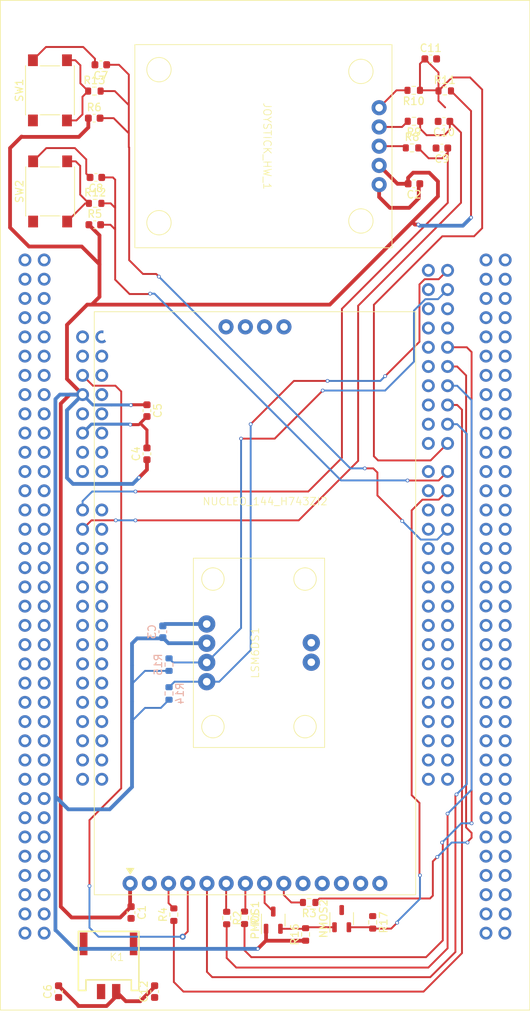
<source format=kicad_pcb>
(kicad_pcb (version 20221018) (generator pcbnew)
  (layers (0 "F.Cu" signal) (31 "B.Cu" signal) (34 "B.Paste" user) (35 "F.Paste" user) (36 "B.SilkS" user "B.Silkscreen") (37 "F.SilkS" user "F.Silkscreen") (38 "B.Mask" user) (39 "F.Mask" user) (44 "Edge.Cuts" user))
  (net 0 "")
  (net 1 "+3.3V")
  (net 2 "Earth")
  (net 3 "/D4")
  (net 4 "/D7")
  (net 5 "/VRx")
  (net 6 "/VRy")
  (net 7 "/SW")
  (net 8 "/CS")
  (net 9 "/DC{slash}RS")
  (net 10 "/SDI")
  (net 11 "/SCK")
  (net 12 "/LED")
  (net 13 "/SDO")
  (net 23 "/SCK(D13)")
  (net 24 "/SDI(MOSI)")
  (net 25 "/CSN")
  (net 27 "/SDO(MISO)")
  (net 28 "Net-(R12-Pad1)")
  (net 29 "Net-(R13-Pad1)")
  (net 30 "/NRST")
  (net 31 "/NC")
  (net 32 "/REF")
  (net 33 "/LED(PWM)")
  (net 48 "/D")
  (net 49 "/T1")
  (net 50 "/dirY")
  (net 51 "/dirX")
  (net 52 "/D14")
  (net 53 "/D15")
  (footprint "Capacitor_SMD:C_0603_1608Metric" (layer "F.Cu") (at 201 55.575)
    (fp_text reference "R5")
    (fp_text value "10k")
  )
  (footprint "JOYSTICK:JOYSTICK" (layer "F.Cu") (at 223.3 45.2 -90)
    (fp_text reference "JOYSTICK_HW_1")
    (fp_text value "~")
  )
  (footprint "Button_Switch_SMD:SW_Push_1P1T_NO_6x6mm_H9.5mm" (layer "F.Cu") (at 195.1 51.175 90)
    (fp_text reference "SW2")
    (fp_text value "SW_Push")
  )
  (footprint "Resistor_SMD:R_0603_1608Metric" (layer "F.Cu") (at 211.455 146.685 90)
    (fp_text reference "R4")
    (fp_text value "330R")
  )
  (footprint "Resistor_SMD:R_0603_1608Metric" (layer "F.Cu") (at 229.35 145.075 180)
    (fp_text reference "R3")
    (fp_text value "330R")
  )
  (footprint "Capacitor_SMD:C_0603_1608Metric" (layer "F.Cu") (at 201.15 49.325 180)
    (fp_text reference "C8")
    (fp_text value "10nF")
  )
  (footprint "Capacitor_SMD:C_0603_1608Metric" (layer "F.Cu") (at 207.9 85.825 90)
    (fp_text reference "C4")
    (fp_text value "100nF")
  )
  (footprint "Capacitor_SMD:C_0603_1608Metric" (layer "F.Cu") (at 200.925 41.5)
    (fp_text reference "R6")
    (fp_text value "10k")
  )
  (footprint "BornaKiCad:LCD_TFT_2.4" (layer "F.Cu") (at 222.185 105.56)
    (fp_text reference "DISP1")
    (fp_text value "LCD TFT ILI9341")
  )
  (footprint "Resistor_SMD:R_0603_1608Metric" (layer "F.Cu") (at 243.175 37.825 180)
    (fp_text reference "R10")
    (fp_text value "100R")
  )
  (footprint "NUCLEO_PCB:NUCLEO_PCB" (layer "F.Cu") (at 223.52 92.615)
    (fp_text reference "NUCLEO_144_H743ZI2")
    (fp_text value "~")
  )
  (footprint "Resistor_SMD:R_0603_1608Metric" (layer "F.Cu") (at 243.205 41.91 180)
    (fp_text reference "R9")
    (fp_text value "100R")
  )
  (footprint "Capacitor_SMD:C_0603_1608Metric" (layer "F.Cu") (at 246.9 45.45 180)
    (fp_text reference "C9")
    (fp_text value "10nF")
  )
  (footprint "Capacitor_SMD:C_0603_1608Metric" (layer "F.Cu") (at 245.425 33.675)
    (fp_text reference "C11")
    (fp_text value "10nF")
  )
  (footprint "Resistor_SMD:R_0603_1608Metric" (layer "F.Cu") (at 201.05 52.75)
    (fp_text reference "R12")
    (fp_text value "100R")
  )
  (footprint "Capacitor_SMD:C_0603_1608Metric" (layer "F.Cu") (at 196.215 156.845 90)
    (fp_text reference "C6")
    (fp_text value "10uF")
  )
  (footprint "Resistor_SMD:R_0603_1608Metric" (layer "F.Cu") (at 220.8 147.1 -90)
    (fp_text reference "R1")
    (fp_text value "330R")
  )
  (footprint "JST conector:jst connector" (layer "F.Cu") (at 203.915 152.795)
    (fp_text reference "K1")
    (fp_text value "JST-2pin-SMD")
  )
  (footprint "Capacitor_SMD:C_0603_1608Metric" (layer "F.Cu") (at 208.915 156.845 90)
    (fp_text reference "C12")
    (fp_text value "10uF")
  )
  (footprint "Package_TO_SOT_SMD:SOT-23-3" (layer "F.Cu") (at 224.6 147.4125 90)
    (fp_text reference "PMOS1")
    (fp_text value "~")
  )
  (footprint "Capacitor_SMD:C_0603_1608Metric" (layer "F.Cu") (at 201.8 34.45 180)
    (fp_text reference "C7")
    (fp_text value "10nF")
  )
  (footprint "Resistor_SMD:R_0603_1608Metric" (layer "F.Cu") (at 247.275 37.9)
    (fp_text reference "R11")
    (fp_text value "10k")
  )
  (footprint "Resistor_SMD:R_0603_1608Metric" (layer "F.Cu") (at 237.75 147.7 -90)
    (fp_text reference "R17")
    (fp_text value "10k")
  )
  (footprint "Capacitor_SMD:C_0603_1608Metric" (layer "F.Cu") (at 205.8 146.4 -90)
    (fp_text reference "C1")
    (fp_text value "100 nF")
  )
  (footprint "Capacitor_SMD:C_0603_1608Metric" (layer "F.Cu") (at 243.205 50.165 180)
    (fp_text reference "C2")
    (fp_text value "100nF")
  )
  (footprint "Resistor_SMD:R_0603_1608Metric" (layer "F.Cu") (at 228.875 149.3 90)
    (fp_text reference "R16")
    (fp_text value "10k")
  )
  (footprint "Resistor_SMD:R_0603_1608Metric" (layer "F.Cu") (at 242.95 45.425)
    (fp_text reference "R8")
    (fp_text value "100R")
  )
  (footprint "LSMDS3_akceleometar_žiroskop:LSM6DS3" (layer "F.Cu") (at 222.715 112.11 90)
    (fp_text reference "LSM6DS1")
    (fp_text value "~")
  )
  (footprint "Capacitor_SMD:C_0603_1608Metric" (layer "F.Cu") (at 207.9 80.125 -90)
    (fp_text reference "C5")
    (fp_text value "100nF")
  )
  (footprint "Resistor_SMD:R_0603_1608Metric" (layer "F.Cu") (at 218.44 147.13 -90)
    (fp_text reference "R2")
    (fp_text value "330R")
  )
  (footprint "Button_Switch_SMD:SW_Push_1P1T_NO_6x6mm_H9.5mm" (layer "F.Cu") (at 195.075 37.825 90)
    (fp_text reference "SW1")
    (fp_text value "SW_Push")
  )
  (footprint "Package_TO_SOT_SMD:SOT-23-3" (layer "F.Cu") (at 233.65 147.2125 90)
    (fp_text reference "NMOS2")
    (fp_text value "~")
  )
  (footprint "Resistor_SMD:R_0603_1608Metric" (layer "F.Cu") (at 200.95 37.925)
    (fp_text reference "R13")
    (fp_text value "100R")
  )
  (footprint "Capacitor_SMD:C_0603_1608Metric" (layer "F.Cu") (at 247.175 41.925 180)
    (fp_text reference "C10")
    (fp_text value "10nF")
  )
  (footprint "Resistor_SMD:R_0603_1608Metric" (layer "B.Cu") (at 210.82 113.665 -90)
    (fp_text reference "R15")
    (fp_text value "4,7k")
  )
  (footprint "Capacitor_SMD:C_0603_1608Metric" (layer "B.Cu") (at 210 109.325 -90)
    (fp_text reference "C3")
    (fp_text value "100nF")
  )
  (footprint "Resistor_SMD:R_0603_1608Metric" (layer "B.Cu") (at 210.82 117.475 90)
    (fp_text reference "R14")
    (fp_text value "4,7k")
  )
  (segment (start 200.225 55.575) (end 201.625 56.975) (width 0.5) (layer "F.Cu") (net 1))
  (segment (start 199.275 58.45) (end 201.625 60.8) (width 0.5) (layer "F.Cu") (net 1))
  (segment (start 189.8 55.95) (end 192.3 58.45) (width 0.5) (layer "F.Cu") (net 1))
  (segment (start 197.325 75.94) (end 199.39 78.005) (width 0.5) (layer "F.Cu") (net 1))
  (segment (start 246.375 49.85) (end 245.225 48.7) (width 0.5) (layer "F.Cu") (net 1))
  (segment (start 248.1 37.9) (end 250.75 40.55) (width 0.25) (layer "F.Cu") (net 1))
  (segment (start 245.225 48.7) (end 243.1 48.7) (width 0.5) (layer "F.Cu") (net 1))
  (segment (start 241.025 50.165) (end 242.43 50.165) (width 0.5) (layer "F.Cu") (net 1))
  (segment (start 200 66.125) (end 197.325 68.8) (width 0.5) (layer "F.Cu") (net 1))
  (segment (start 208.915 156.21) (end 207.01 158.115) (width 0.5) (layer "F.Cu") (net 1))
  (segment (start 242.43 49.37) (end 242.43 50.165) (width 0.5) (layer "F.Cu") (net 1))
  (segment (start 207.9 86.6) (end 207.9 87.925) (width 0.5) (layer "F.Cu") (net 1))
  (segment (start 196.5 145.625) (end 196.5 79.2) (width 0.5) (layer "F.Cu") (net 1))
  (segment (start 207.9 79.35) (end 205.825 79.35) (width 0.4) (layer "F.Cu") (net 1))
  (segment (start 198.825 158.75) (end 202.495 158.75) (width 0.5) (layer "F.Cu") (net 1))
  (segment (start 200.15 42.725) (end 198.9 43.975) (width 0.5) (layer "F.Cu") (net 1))
  (segment (start 205.675 142.56) (end 205.675 145.5) (width 0.5) (layer "F.Cu") (net 1))
  (segment (start 196.5 79.2) (end 197.695 78.005) (width 0.5) (layer "F.Cu") (net 1))
  (segment (start 208.915 156.07) (end 208.915 156.21) (width 0.25) (layer "F.Cu") (net 1))
  (segment (start 192.3 58.45) (end 199.275 58.45) (width 0.5) (layer "F.Cu") (net 1))
  (segment (start 201.625 56.975) (end 201.625 60.825) (width 0.5) (layer "F.Cu") (net 1))
  (segment (start 207.9 87.925) (end 206.85 88.975) (width 0.5) (layer "F.Cu") (net 1))
  (segment (start 200.6 66.125) (end 232.075 66.125) (width 0.5) (layer "F.Cu") (net 1))
  (segment (start 228.875 150.125) (end 223.675 150.125) (width 0.5) (layer "F.Cu") (net 1))
  (segment (start 200.6 66.125) (end 200 66.125) (width 0.5) (layer "F.Cu") (net 1))
  (segment (start 200.15 41.5) (end 200.15 42.725) (width 0.5) (layer "F.Cu") (net 1))
  (segment (start 203.835 157.48) (end 203.835 156.845) (width 0.25) (layer "F.Cu") (net 1))
  (segment (start 238.6 47.74) (end 241.025 50.165) (width 0.5) (layer "F.Cu") (net 1))
  (segment (start 197.935 147.06) (end 196.5 145.625) (width 0.5) (layer "F.Cu") (net 1))
  (segment (start 205.825 79.35) (end 205.775 79.4) (width 0.25) (layer "F.Cu") (net 1))
  (segment (start 207.01 158.115) (end 205.105 158.115) (width 0.5) (layer "F.Cu") (net 1))
  (segment (start 205.8 145.625) (end 204.365 147.06) (width 0.5) (layer "F.Cu") (net 1))
  (segment (start 243.3277 55.5527) (end 242.9875 55.2125) (width 0.5) (layer "F.Cu") (net 1))
  (segment (start 201.625 60.8) (end 201.625 60.825) (width 0.25) (layer "F.Cu") (net 1))
  (segment (start 191.325 43.925) (end 189.8 45.45) (width 0.5) (layer "F.Cu") (net 1))
  (segment (start 201.625 60.825) (end 201.625 65.1) (width 0.5) (layer "F.Cu") (net 1))
  (segment (start 198.9 43.975) (end 191.375 43.975) (width 0.5) (layer "F.Cu") (net 1))
  (segment (start 232.075 66.125) (end 242.9875 55.2125) (width 0.5) (layer "F.Cu") (net 1))
  (segment (start 250.75 40.55) (end 250.75 54.625) (width 0.25) (layer "F.Cu") (net 1))
  (segment (start 201.625 65.1) (end 200.6 66.125) (width 0.5) (layer "F.Cu") (net 1))
  (segment (start 202.565 158.75) (end 203.835 157.48) (width 0.5) (layer "F.Cu") (net 1))
  (segment (start 246.375 51.825) (end 246.375 49.85) (width 0.5) (layer "F.Cu") (net 1))
  (segment (start 197.695 78.005) (end 199.39 78.005) (width 0.5) (layer "F.Cu") (net 1))
  (segment (start 191.375 43.975) (end 191.325 43.925) (width 0.25) (layer "F.Cu") (net 1))
  (segment (start 243.7777 55.5527) (end 243.3277 55.5527) (width 0.5) (layer "F.Cu") (net 1))
  (segment (start 223.675 150.125) (end 223.65 150.1) (width 0.25) (layer "F.Cu") (net 1))
  (segment (start 242.9875 55.2125) (end 246.375 51.825) (width 0.5) (layer "F.Cu") (net 1))
  (segment (start 204.365 147.06) (end 197.935 147.06) (width 0.5) (layer "F.Cu") (net 1))
  (segment (start 196.215 156.07) (end 198.895 158.75) (width 0.5) (layer "F.Cu") (net 1))
  (segment (start 223.65 150.1) (end 222.55 151.2) (width 0.5) (layer "F.Cu") (net 1))
  (segment (start 189.8 45.45) (end 189.8 55.95) (width 0.5) (layer "F.Cu") (net 1))
  (segment (start 205.675 145.5) (end 205.8 145.625) (width 0.25) (layer "F.Cu") (net 1))
  (segment (start 205.105 158.115) (end 203.835 156.845) (width 0.5) (layer "F.Cu") (net 1))
  (segment (start 243.1 48.7) (end 242.43 49.37) (width 0.5) (layer "F.Cu") (net 1))
  (segment (start 197.325 68.8) (end 197.325 75.94) (width 0.5) (layer "F.Cu") (net 1))
  (segment (start 223.65 148.55) (end 223.65 150.1) (width 0.5) (layer "F.Cu") (net 1))
  (via (at 250.75 54.625) (size 0.5) (drill 0.3) (layers "F.Cu" "B.Cu") (net 1))
  (via (at 243.7777 55.5527) (size 0.5) (drill 0.3) (layers "F.Cu" "B.Cu") (net 1))
  (via (at 206.85 88.975) (size 0.5) (drill 0.3) (layers "F.Cu" "B.Cu") (net 1))
  (via (at 222.55 151.2) (size 0.5) (drill 0.3) (layers "F.Cu" "B.Cu") (net 1))
  (via (at 205.775 79.4) (size 0.5) (drill 0.3) (layers "F.Cu" "B.Cu") (net 1))
  (segment (start 202.975 132.775) (end 197.5 132.775) (width 0.5) (layer "B.Cu") (net 1))
  (segment (start 207.64 114.49) (end 205.925 116.205) (width 0.25) (layer "B.Cu") (net 1))
  (segment (start 209.9 110.2) (end 206.6 110.2) (width 0.5) (layer "B.Cu") (net 1))
  (segment (start 205.925 129.825) (end 202.975 132.775) (width 0.5) (layer "B.Cu") (net 1))
  (segment (start 199.39 78.005) (end 196.395 78.005) (width 0.5) (layer "B.Cu") (net 1))
  (segment (start 206.85 88.975) (end 206.025 89.8) (width 0.5) (layer "B.Cu") (net 1))
  (segment (start 210 110.1) (end 209.9 110.2) (width 0.25) (layer "B.Cu") (net 1))
  (segment (start 198.3 151.2) (end 195.8 148.7) (width 0.5) (layer "B.Cu") (net 1))
  (segment (start 210.82 118.3) (end 209.74 119.38) (width 0.25) (layer "B.Cu") (net 1))
  (segment (start 249.675 55.7) (end 243.925 55.7) (width 0.5) (layer "B.Cu") (net 1))
  (segment (start 203.225 79.375) (end 203.22 79.37) (width 0.25) (layer "B.Cu") (net 1))
  (segment (start 203.22 79.37) (end 200.755 79.37) (width 0.4) (layer "B.Cu") (net 1))
  (segment (start 205.745 79.37) (end 203.23 79.37) (width 0.4) (layer "B.Cu") (net 1))
  (segment (start 210.74 110.84) (end 210 110.1) (width 0.5) (layer "B.Cu") (net 1))
  (segment (start 206.025 89.8) (end 198.125 89.8) (width 0.5) (layer "B.Cu") (net 1))
  (segment (start 195.8 130.7) (end 195.8 78.6) (width 0.5) (layer "B.Cu") (net 1))
  (segment (start 205.925 116.205) (end 205.925 118.55) (width 0.5) (layer "B.Cu") (net 1))
  (segment (start 198.125 89.8) (end 197.325 89) (width 0.5) (layer "B.Cu") (net 1))
  (segment (start 203.23 79.37) (end 203.225 79.375) (width 0.25) (layer "B.Cu") (net 1))
  (segment (start 243.925 55.7) (end 243.7777 55.5527) (width 0.25) (layer "B.Cu") (net 1))
  (segment (start 205.925 110.875) (end 205.925 113.75) (width 0.5) (layer "B.Cu") (net 1))
  (segment (start 222.55 151.2) (end 198.3 151.2) (width 0.5) (layer "B.Cu") (net 1))
  (segment (start 205.775 79.4) (end 205.745 79.37) (width 0.25) (layer "B.Cu") (net 1))
  (segment (start 196.395 78.005) (end 195.8 78.6) (width 0.5) (layer "B.Cu") (net 1))
  (segment (start 200.755 79.37) (end 199.39 78.005) (width 0.4) (layer "B.Cu") (net 1))
  (segment (start 197.325 80.07) (end 199.39 78.005) (width 0.5) (layer "B.Cu") (net 1))
  (segment (start 195.8 131.075) (end 195.8 130.7) (width 0.25) (layer "B.Cu") (net 1))
  (segment (start 207.645 119.38) (end 205.925 121.1) (width 0.25) (layer "B.Cu") (net 1))
  (segment (start 195.8 130.7) (end 195.8 148.7) (width 0.5) (layer "B.Cu") (net 1))
  (segment (start 197.5 132.775) (end 195.8 131.075) (width 0.5) (layer "B.Cu") (net 1))
  (segment (start 206.6 110.2) (end 205.925 110.875) (width 0.5) (layer "B.Cu") (net 1))
  (segment (start 215.8 110.84) (end 210.74 110.84) (width 0.5) (layer "B.Cu") (net 1))
  (segment (start 205.925 121.285) (end 205.925 129.825) (width 0.5) (layer "B.Cu") (net 1))
  (segment (start 210.82 114.49) (end 207.64 114.49) (width 0.25) (layer "B.Cu") (net 1))
  (segment (start 197.325 89) (end 197.325 80.07) (width 0.5) (layer "B.Cu") (net 1))
  (segment (start 209.74 119.38) (end 207.645 119.38) (width 0.25) (layer "B.Cu") (net 1))
  (segment (start 205.925 113.75) (end 205.925 116.205) (width 0.5) (layer "B.Cu") (net 1))
  (segment (start 250.75 54.625) (end 249.675 55.7) (width 0.5) (layer "B.Cu") (net 1))
  (segment (start 205.925 121.1) (end 205.925 121.285) (width 0.25) (layer "B.Cu") (net 1))
  (segment (start 195.8 148.7) (end 195.8 148.75) (width 0.5) (layer "B.Cu") (net 1))
  (segment (start 205.925 118.55) (end 205.925 121.285) (width 0.5) (layer "B.Cu") (net 1))
  (segment (start 198.375 45.45) (end 194.6 45.45) (width 0.25) (layer "F.Cu") (net 2))
  (segment (start 207.0125 81.7875) (end 206.825 81.975) (width 0.25) (layer "F.Cu") (net 2))
  (segment (start 242.57 53.34) (end 243.84 52.07) (width 0.5) (layer "F.Cu") (net 2))
  (segment (start 238.6 50.28) (end 238.6 51.91) (width 0.5) (layer "F.Cu") (net 2))
  (segment (start 206.825 81.975) (end 205.7 81.975) (width 0.4) (layer "F.Cu") (net 2))
  (segment (start 207.9 80.9) (end 207.0125 81.7875) (width 0.4) (layer "F.Cu") (net 2))
  (segment (start 200.375 49.325) (end 199.875 48.825) (width 0.25) (layer "F.Cu") (net 2))
  (segment (start 207.9 85.05) (end 207.9 82.675) (width 0.4) (layer "F.Cu") (net 2))
  (segment (start 207.9 82.675) (end 207.0125 81.7875) (width 0.4) (layer "F.Cu") (net 2))
  (segment (start 201.025 34.45) (end 201.025 33.65) (width 0.25) (layer "F.Cu") (net 2))
  (segment (start 192.825 33.825) (end 192.825 33.85) (width 0.25) (layer "F.Cu") (net 2))
  (segment (start 243.84 52.07) (end 243.84 50.305) (width 0.5) (layer "F.Cu") (net 2))
  (segment (start 238.6 51.91) (end 240.03 53.34) (width 0.5) (layer "F.Cu") (net 2))
  (segment (start 240.03 53.34) (end 242.57 53.34) (width 0.5) (layer "F.Cu") (net 2))
  (segment (start 199.875 48.825) (end 199.875 46.95) (width 0.25) (layer "F.Cu") (net 2))
  (segment (start 199.875 46.95) (end 198.375 45.45) (width 0.25) (layer "F.Cu") (net 2))
  (segment (start 199.475 32.1) (end 194.55 32.1) (width 0.25) (layer "F.Cu") (net 2))
  (segment (start 194.6 45.45) (end 192.85 47.2) (width 0.25) (layer "F.Cu") (net 2))
  (segment (start 194.55 32.1) (end 192.825 33.825) (width 0.25) (layer "F.Cu") (net 2))
  (segment (start 243.84 50.305) (end 243.98 50.165) (width 0.25) (layer "F.Cu") (net 2))
  (segment (start 201.025 33.65) (end 199.475 32.1) (width 0.25) (layer "F.Cu") (net 2))
  (via (at 205.7 81.975) (size 0.5) (drill 0.3) (layers "F.Cu" "B.Cu") (net 2))
  (segment (start 210.25 108.3) (end 210 108.55) (width 0.5) (layer "B.Cu") (net 2))
  (segment (start 215.8 108.3) (end 210.25 108.3) (width 0.5) (layer "B.Cu") (net 2))
  (segment (start 205.7 81.975) (end 205.635 81.91) (width 0.25) (layer "B.Cu") (net 2))
  (segment (start 200.565 81.91) (end 199.39 83.085) (width 0.4) (layer "B.Cu") (net 2))
  (segment (start 205.635 81.91) (end 200.565 81.91) (width 0.4) (layer "B.Cu") (net 2))
  (segment (start 201.775 37.925) (end 203.65 37.925) (width 0.25) (layer "F.Cu") (net 3))
  (segment (start 203.65 37.925) (end 205.5 39.775) (width 0.25) (layer "F.Cu") (net 3))
  (segment (start 205.5 45.325) (end 205.55 45.375) (width 0.25) (layer "F.Cu") (net 3))
  (segment (start 205.55 45.375) (end 205.55 60.25) (width 0.25) (layer "F.Cu") (net 3))
  (segment (start 205.5 39.775) (end 205.5 43.5) (width 0.25) (layer "F.Cu") (net 3))
  (segment (start 238.375 91.325) (end 238.375 88.3) (width 0.25) (layer "F.Cu") (net 3))
  (segment (start 205.5 35.75) (end 205.5 39.775) (width 0.25) (layer "F.Cu") (net 3))
  (segment (start 201.7 41.5) (end 203.5 41.5) (width 0.25) (layer "F.Cu") (net 3))
  (segment (start 205.55 60.25) (end 207.375 62.075) (width 0.25) (layer "F.Cu") (net 3))
  (segment (start 238.375 88.3) (end 237.825 87.75) (width 0.25) (layer "F.Cu") (net 3))
  (segment (start 209.125 62.075) (end 209.475 62.425) (width 0.25) (layer "F.Cu") (net 3))
  (segment (start 205.5 43.5) (end 205.5 45.325) (width 0.25) (layer "F.Cu") (net 3))
  (segment (start 204.2 34.45) (end 205.5 35.75) (width 0.25) (layer "F.Cu") (net 3))
  (segment (start 203.5 41.5) (end 205.5 43.5) (width 0.25) (layer "F.Cu") (net 3))
  (segment (start 202.575 34.45) (end 204.2 34.45) (width 0.25) (layer "F.Cu") (net 3))
  (segment (start 241.65 94.6) (end 238.375 91.325) (width 0.25) (layer "F.Cu") (net 3))
  (segment (start 207.375 62.075) (end 209.125 62.075) (width 0.25) (layer "F.Cu") (net 3))
  (segment (start 241.65 94.6) (end 241.65 94.7) (width 0.25) (layer "F.Cu") (net 3))
  (segment (start 237.825 87.75) (end 236.7 87.75) (width 0.25) (layer "F.Cu") (net 3))
  (via (at 209.475 62.425) (size 0.5) (drill 0.3) (layers "F.Cu" "B.Cu") (net 3))
  (via (at 236.7 87.75) (size 0.5) (drill 0.3) (layers "F.Cu" "B.Cu") (net 3))
  (via (at 241.65 94.7) (size 0.5) (drill 0.3) (layers "F.Cu" "B.Cu") (net 3))
  (segment (start 246.285 97.15) (end 247.65 95.785) (width 0.25) (layer "B.Cu") (net 3))
  (segment (start 234.8 87.75) (end 236.7 87.75) (width 0.25) (layer "B.Cu") (net 3))
  (segment (start 241.65 94.7) (end 244.1 97.15) (width 0.25) (layer "B.Cu") (net 3))
  (segment (start 244.1 97.15) (end 246.285 97.15) (width 0.25) (layer "B.Cu") (net 3))
  (segment (start 209.475 62.425) (end 234.8 87.75) (width 0.25) (layer "B.Cu") (net 3))
  (segment (start 203.7 49.625) (end 203.7 53.35) (width 0.25) (layer "F.Cu") (net 4))
  (segment (start 203.7 53.35) (end 203.7 56.2) (width 0.25) (layer "F.Cu") (net 4))
  (segment (start 203.4 49.325) (end 203.7 49.625) (width 0.25) (layer "F.Cu") (net 4))
  (segment (start 201.875 52.75) (end 203.1 52.75) (width 0.25) (layer "F.Cu") (net 4))
  (segment (start 201.925 49.325) (end 203.4 49.325) (width 0.25) (layer "F.Cu") (net 4))
  (segment (start 246.465 89.35) (end 247.65 88.165) (width 0.25) (layer "F.Cu") (net 4))
  (segment (start 203.075 55.575) (end 203.7 56.2) (width 0.25) (layer "F.Cu") (net 4))
  (segment (start 203.7 62.825) (end 205.6 64.725) (width 0.25) (layer "F.Cu") (net 4))
  (segment (start 208.275 64.725) (end 208.325 64.675) (width 0.25) (layer "F.Cu") (net 4))
  (segment (start 203.7 56.2) (end 203.7 62.825) (width 0.25) (layer "F.Cu") (net 4))
  (segment (start 242.35 89.35) (end 246.465 89.35) (width 0.25) (layer "F.Cu") (net 4))
  (segment (start 201.775 55.575) (end 203.075 55.575) (width 0.25) (layer "F.Cu") (net 4))
  (segment (start 205.6 64.725) (end 208.275 64.725) (width 0.25) (layer "F.Cu") (net 4))
  (segment (start 203.1 52.75) (end 203.7 53.35) (width 0.25) (layer "F.Cu") (net 4))
  (via (at 242.35 89.35) (size 0.5) (drill 0.3) (layers "F.Cu" "B.Cu") (net 4))
  (via (at 208.325 64.675) (size 0.5) (drill 0.3) (layers "F.Cu" "B.Cu") (net 4))
  (segment (start 208.9 64.675) (end 233.565 89.34) (width 0.25) (layer "B.Cu") (net 4))
  (segment (start 242.34 89.34) (end 242.35 89.35) (width 0.25) (layer "B.Cu") (net 4))
  (segment (start 208.325 64.675) (end 208.9 64.675) (width 0.25) (layer "B.Cu") (net 4))
  (segment (start 233.565 89.34) (end 242.34 89.34) (width 0.25) (layer "B.Cu") (net 4))
  (segment (start 247.675 45.45) (end 247.675 52.68) (width 0.25) (layer "F.Cu") (net 5))
  (segment (start 243.775 45.425) (end 245.15 46.8) (width 0.25) (layer "F.Cu") (net 5))
  (segment (start 233.68 66.675) (end 233.68 86.36) (width 0.25) (layer "F.Cu") (net 5))
  (segment (start 247.675 46.05) (end 247.675 45.45) (width 0.25) (layer "F.Cu") (net 5))
  (segment (start 229.235 90.805) (end 206.375 90.805) (width 0.25) (layer "F.Cu") (net 5))
  (segment (start 245.15 46.8) (end 246.925 46.8) (width 0.25) (layer "F.Cu") (net 5))
  (segment (start 233.68 86.36) (end 229.235 90.805) (width 0.25) (layer "F.Cu") (net 5))
  (segment (start 247.675 52.68) (end 233.68 66.675) (width 0.25) (layer "F.Cu") (net 5))
  (segment (start 246.925 46.8) (end 247.675 46.05) (width 0.25) (layer "F.Cu") (net 5))
  (via (at 206.375 90.805) (size 0.5) (drill 0.3) (layers "F.Cu" "B.Cu") (net 5))
  (segment (start 199.39 92.075) (end 199.39 93.245) (width 0.25) (layer "B.Cu") (net 5))
  (segment (start 200.66 90.805) (end 199.39 92.075) (width 0.25) (layer "B.Cu") (net 5))
  (segment (start 206.375 90.805) (end 200.66 90.805) (width 0.25) (layer "B.Cu") (net 5))
  (segment (start 247.175 43.8) (end 247.95 43.025) (width 0.25) (layer "F.Cu") (net 6))
  (segment (start 235.825 86.755) (end 227.965 94.615) (width 0.25) (layer "F.Cu") (net 6))
  (segment (start 200.565 94.61) (end 199.39 95.785) (width 0.25) (layer "F.Cu") (net 6))
  (segment (start 235.825 66.275) (end 235.825 86.755) (width 0.25) (layer "F.Cu") (net 6))
  (segment (start 249.425 52.675) (end 235.825 66.275) (width 0.25) (layer "F.Cu") (net 6))
  (segment (start 249.425 43.4) (end 249.425 52.675) (width 0.25) (layer "F.Cu") (net 6))
  (segment (start 244.03 42.905) (end 244.875 43.75) (width 0.25) (layer "F.Cu") (net 6))
  (segment (start 244.03 41.91) (end 244.03 42.905) (width 0.25) (layer "F.Cu") (net 6))
  (segment (start 247.125 43.75) (end 247.175 43.8) (width 0.25) (layer "F.Cu") (net 6))
  (segment (start 244.875 43.75) (end 247.125 43.75) (width 0.25) (layer "F.Cu") (net 6))
  (segment (start 247.95 41.925) (end 249.425 43.4) (width 0.25) (layer "F.Cu") (net 6))
  (segment (start 227.965 94.615) (end 206.375 94.615) (width 0.25) (layer "F.Cu") (net 6))
  (segment (start 203.7755 94.61) (end 200.565 94.61) (width 0.25) (layer "F.Cu") (net 6))
  (segment (start 247.95 43.025) (end 247.95 41.925) (width 0.25) (layer "F.Cu") (net 6))
  (via (at 206.375 94.615) (size 0.5) (drill 0.3) (layers "F.Cu" "B.Cu") (net 6))
  (via (at 203.7755 94.61) (size 0.5) (drill 0.3) (layers "F.Cu" "B.Cu") (net 6))
  (segment (start 203.84 94.61) (end 203.835 94.615) (width 0.25) (layer "B.Cu") (net 6))
  (segment (start 203.835 94.615) (end 203.83 94.61) (width 0.25) (layer "B.Cu") (net 6))
  (segment (start 203.83 94.61) (end 203.7755 94.61) (width 0.25) (layer "B.Cu") (net 6))
  (segment (start 206.375 94.615) (end 206.37 94.61) (width 0.25) (layer "B.Cu") (net 6))
  (segment (start 206.37 94.61) (end 203.84 94.61) (width 0.25) (layer "B.Cu") (net 6))
  (segment (start 245.405 86.7) (end 238.465 86.7) (width 0.25) (layer "F.Cu") (net 7))
  (segment (start 252.225 56.025) (end 252.225 37.725) (width 0.25) (layer "F.Cu") (net 7))
  (segment (start 252.225 37.725) (end 250.625 36.125) (width 0.25) (layer "F.Cu") (net 7))
  (segment (start 237.9075 86.1425) (end 237.9075 66.1425) (width 0.25) (layer "F.Cu") (net 7))
  (segment (start 246.45 37.9) (end 246.45 39.2) (width 0.25) (layer "F.Cu") (net 7))
  (segment (start 246.45 39.2) (end 247.325 40.075) (width 0.25) (layer "F.Cu") (net 7))
  (segment (start 247.65 84.455) (end 245.405 86.7) (width 0.25) (layer "F.Cu") (net 7))
  (segment (start 244 37.825) (end 246.375 37.825) (width 0.25) (layer "F.Cu") (net 7))
  (segment (start 246.45 35.475) (end 244.65 33.675) (width 0.25) (layer "F.Cu") (net 7))
  (segment (start 250.625 36.125) (end 248.225 36.125) (width 0.25) (layer "F.Cu") (net 7))
  (segment (start 238.465 86.7) (end 237.9075 86.1425) (width 0.25) (layer "F.Cu") (net 7))
  (segment (start 244 37.825) (end 244 34.325) (width 0.25) (layer "F.Cu") (net 7))
  (segment (start 246.45 37.9) (end 246.45 35.475) (width 0.25) (layer "F.Cu") (net 7))
  (segment (start 244 34.325) (end 244.65 33.675) (width 0.25) (layer "F.Cu") (net 7))
  (segment (start 248.225 36.125) (end 246.45 37.9) (width 0.25) (layer "F.Cu") (net 7))
  (segment (start 246.95 57.1) (end 251.15 57.1) (width 0.25) (layer "F.Cu") (net 7))
  (segment (start 251.15 57.1) (end 252.225 56.025) (width 0.25) (layer "F.Cu") (net 7))
  (segment (start 237.9075 66.1425) (end 246.95 57.1) (width 0.25) (layer "F.Cu") (net 7))
  (segment (start 246.375 37.825) (end 246.45 37.9) (width 0.25) (layer "F.Cu") (net 7))
  (segment (start 210.755 142.56) (end 210.755 145.16) (width 0.25) (layer "F.Cu") (net 8))
  (segment (start 210.755 145.16) (end 211.455 145.86) (width 0.25) (layer "F.Cu") (net 8))
  (segment (start 248.687849 151.612151) (end 245.36 154.94) (width 0.25) (layer "F.Cu") (net 9))
  (segment (start 248.687849 151.612151) (end 248.687849 130.952651) (width 0.25) (layer "F.Cu") (net 9))
  (segment (start 248.687849 130.952651) (end 248.8305 130.81) (width 0.25) (layer "F.Cu") (net 9))
  (segment (start 248.92 130.81) (end 248.8305 130.81) (width 0.25) (layer "F.Cu") (net 9))
  (segment (start 215.835 154.24) (end 215.835 142.56) (width 0.25) (layer "F.Cu") (net 9))
  (segment (start 216.535 154.94) (end 215.835 154.24) (width 0.25) (layer "F.Cu") (net 9))
  (segment (start 245.36 154.94) (end 216.535 154.94) (width 0.25) (layer "F.Cu") (net 9))
  (via (at 248.8305 130.81) (size 0.5) (drill 0.3) (layers "F.Cu" "B.Cu") (net 9))
  (segment (start 250.19 129.4505) (end 250.19 83.185) (width 0.25) (layer "B.Cu") (net 9))
  (segment (start 248.92 81.915) (end 247.65 81.915) (width 0.25) (layer "B.Cu") (net 9))
  (segment (start 250.19 83.185) (end 248.92 81.915) (width 0.25) (layer "B.Cu") (net 9))
  (segment (start 248.8305 130.81) (end 250.19 129.4505) (width 0.25) (layer "B.Cu") (net 9))
  (segment (start 218.375 146.24) (end 218.44 146.305) (width 0.25) (layer "F.Cu") (net 10))
  (segment (start 218.375 142.56) (end 218.375 146.24) (width 0.25) (layer "F.Cu") (net 10))
  (segment (start 220.915 142.56) (end 220.915 146.16) (width 0.25) (layer "F.Cu") (net 11))
  (segment (start 220.915 146.16) (end 220.8 146.275) (width 0.25) (layer "F.Cu") (net 11))
  (segment (start 223.455 145.13) (end 224.6 146.275) (width 0.25) (layer "F.Cu") (net 12))
  (segment (start 223.455 142.56) (end 223.455 145.13) (width 0.25) (layer "F.Cu") (net 12))
  (segment (start 226.99 145.075) (end 228.525 145.075) (width 0.25) (layer "F.Cu") (net 13))
  (segment (start 225.995 144.08) (end 226.99 145.075) (width 0.25) (layer "F.Cu") (net 13))
  (segment (start 225.995 142.56) (end 225.995 144.08) (width 0.25) (layer "F.Cu") (net 13))
  (segment (start 247.0155 137.25) (end 246.9255 137.16) (width 0.25) (layer "F.Cu") (net 23))
  (segment (start 250.19 71.755) (end 247.65 71.755) (width 0.25) (layer "F.Cu") (net 23))
  (segment (start 221.7 152.3) (end 244.8 152.3) (width 0.25) (layer "F.Cu") (net 23))
  (segment (start 220.8 147.925) (end 220.8 151.4) (width 0.25) (layer "F.Cu") (net 23))
  (segment (start 220.8 151.4) (end 221.7 152.3) (width 0.25) (layer "F.Cu") (net 23))
  (segment (start 246.9255 137.16) (end 247.015 137.16) (width 0.25) (layer "F.Cu") (net 23))
  (segment (start 250.825 134.62) (end 250.825 72.39) (width 0.25) (layer "F.Cu") (net 23))
  (segment (start 250.825 72.39) (end 250.19 71.755) (width 0.25) (layer "F.Cu") (net 23))
  (segment (start 247.0155 150.0845) (end 247.0155 137.25) (width 0.25) (layer "F.Cu") (net 23))
  (segment (start 244.8 152.3) (end 247.0155 150.0845) (width 0.25) (layer "F.Cu") (net 23))
  (via (at 250.825 134.62) (size 0.5) (drill 0.3) (layers "F.Cu" "B.Cu") (net 23))
  (via (at 246.9255 137.16) (size 0.5) (drill 0.3) (layers "F.Cu" "B.Cu") (net 23))
  (segment (start 249.4655 134.62) (end 250.825 134.62) (width 0.25) (layer "B.Cu") (net 23))
  (segment (start 246.9255 137.16) (end 249.4655 134.62) (width 0.25) (layer "B.Cu") (net 23))
  (segment (start 218.44 152.4) (end 219.71 153.67) (width 0.25) (layer "F.Cu") (net 24))
  (segment (start 219.71 153.67) (end 245.11 153.67) (width 0.25) (layer "F.Cu") (net 24))
  (segment (start 247.65 151.13) (end 247.65 133.35) (width 0.25) (layer "F.Cu") (net 24))
  (segment (start 218.44 147.955) (end 218.44 152.4) (width 0.25) (layer "F.Cu") (net 24))
  (segment (start 245.11 153.67) (end 247.65 151.13) (width 0.25) (layer "F.Cu") (net 24))
  (via (at 247.65 133.35) (size 0.5) (drill 0.3) (layers "F.Cu" "B.Cu") (net 24))
  (segment (start 247.65 133.35) (end 250.825 130.175) (width 0.25) (layer "B.Cu") (net 24))
  (segment (start 248.92 76.835) (end 247.65 76.835) (width 0.25) (layer "B.Cu") (net 24))
  (segment (start 250.825 78.74) (end 248.92 76.835) (width 0.25) (layer "B.Cu") (net 24))
  (segment (start 250.825 130.175) (end 250.825 78.74) (width 0.25) (layer "B.Cu") (net 24))
  (segment (start 211.455 147.51) (end 211.455 155.575) (width 0.25) (layer "F.Cu") (net 25))
  (segment (start 249.555 151.765) (end 249.555 80.01) (width 0.25) (layer "F.Cu") (net 25))
  (segment (start 211.455 155.575) (end 212.725 156.845) (width 0.25) (layer "F.Cu") (net 25))
  (segment (start 244.475 156.845) (end 249.555 151.765) (width 0.25) (layer "F.Cu") (net 25))
  (segment (start 249.555 80.01) (end 248.92 79.375) (width 0.25) (layer "F.Cu") (net 25))
  (segment (start 248.92 79.375) (end 247.65 79.375) (width 0.25) (layer "F.Cu") (net 25))
  (segment (start 212.725 156.845) (end 244.475 156.845) (width 0.25) (layer "F.Cu") (net 25))
  (segment (start 250.2795 137.0705) (end 250.825 136.525) (width 0.25) (layer "F.Cu") (net 27))
  (segment (start 250.825 135.89) (end 250.1 135.165) (width 0.25) (layer "F.Cu") (net 27))
  (segment (start 245.7 139.6555) (end 246.2905 139.065) (width 0.25) (layer "F.Cu") (net 27))
  (segment (start 245.325 144.55) (end 245.7 144.175) (width 0.25) (layer "F.Cu") (net 27))
  (segment (start 245.7 144.175) (end 245.7 139.6555) (width 0.25) (layer "F.Cu") (net 27))
  (segment (start 250.825 136.525) (end 250.825 135.89) (width 0.25) (layer "F.Cu") (net 27))
  (segment (start 250.2795 137.16) (end 250.2795 137.0705) (width 0.25) (layer "F.Cu") (net 27))
  (segment (start 230.175 145.075) (end 230.7 144.55) (width 0.25) (layer "F.Cu") (net 27))
  (segment (start 250.1 75.475) (end 248.92 74.295) (width 0.25) (layer "F.Cu") (net 27))
  (segment (start 230.7 144.55) (end 245.325 144.55) (width 0.25) (layer "F.Cu") (net 27))
  (segment (start 250.1 135.165) (end 250.1 75.475) (width 0.25) (layer "F.Cu") (net 27))
  (segment (start 248.92 74.295) (end 247.65 74.295) (width 0.25) (layer "F.Cu") (net 27))
  (via (at 250.2795 137.16) (size 0.5) (drill 0.3) (layers "F.Cu" "B.Cu") (net 27))
  (via (at 246.2905 139.065) (size 0.5) (drill 0.3) (layers "F.Cu" "B.Cu") (net 27))
  (segment (start 246.2905 139.065) (end 248.1955 137.16) (width 0.25) (layer "B.Cu") (net 27))
  (segment (start 248.1955 137.16) (end 250.2795 137.16) (width 0.25) (layer "B.Cu") (net 27))
  (segment (start 197.35 55.15) (end 199.75 52.75) (width 0.25) (layer "F.Cu") (net 28))
  (segment (start 198.475 47.2) (end 199.075 47.8) (width 0.25) (layer "F.Cu") (net 28))
  (segment (start 199.075 51.6) (end 200.225 52.75) (width 0.25) (layer "F.Cu") (net 28))
  (segment (start 197.35 47.2) (end 198.475 47.2) (width 0.25) (layer "F.Cu") (net 28))
  (segment (start 199.75 52.75) (end 200.225 52.75) (width 0.25) (layer "F.Cu") (net 28))
  (segment (start 199.075 47.8) (end 199.075 51.6) (width 0.25) (layer "F.Cu") (net 28))
  (segment (start 199.1 34.525) (end 198.425 33.85) (width 0.25) (layer "F.Cu") (net 29))
  (segment (start 199.375 41) (end 198.575 41.8) (width 0.25) (layer "F.Cu") (net 29))
  (segment (start 200.125 37.925) (end 199.1 36.9) (width 0.25) (layer "F.Cu") (net 29))
  (segment (start 199.375 38.675) (end 199.375 41) (width 0.25) (layer "F.Cu") (net 29))
  (segment (start 199.1 36.9) (end 199.1 34.525) (width 0.25) (layer "F.Cu") (net 29))
  (segment (start 198.425 33.85) (end 197.325 33.85) (width 0.25) (layer "F.Cu") (net 29))
  (segment (start 200.125 37.925) (end 199.375 38.675) (width 0.25) (layer "F.Cu") (net 29))
  (segment (start 198.575 41.8) (end 197.325 41.8) (width 0.25) (layer "F.Cu") (net 29))
  (segment (start 212.65 149.575) (end 212.625 149.6) (width 0.25) (layer "F.Cu") (net 30))
  (segment (start 200.3 142.9) (end 200.3 134.2) (width 0.25) (layer "F.Cu") (net 30))
  (segment (start 212.65 149.55) (end 212.65 149.575) (width 0.25) (layer "F.Cu") (net 30))
  (segment (start 204.5 130) (end 204.5 77.6) (width 0.25) (layer "F.Cu") (net 30))
  (segment (start 200.755 76.83) (end 199.39 75.465) (width 0.25) (layer "F.Cu") (net 30))
  (segment (start 204.5 77.6) (end 203.73 76.83) (width 0.25) (layer "F.Cu") (net 30))
  (segment (start 213.295 148.905) (end 212.65 149.55) (width 0.25) (layer "F.Cu") (net 30))
  (segment (start 203.73 76.83) (end 200.755 76.83) (width 0.25) (layer "F.Cu") (net 30))
  (segment (start 213.295 142.56) (end 213.295 148.905) (width 0.25) (layer "F.Cu") (net 30))
  (segment (start 200.3 134.2) (end 204.5 130) (width 0.25) (layer "F.Cu") (net 30))
  (via (at 212.625 149.6) (size 0.8) (drill 0.4) (layers "F.Cu" "B.Cu") (net 30))
  (via (at 200.3 142.9) (size 0.5) (drill 0.3) (layers "F.Cu" "B.Cu") (net 30))
  (segment (start 212.625 149.6) (end 201.5 149.6) (width 0.25) (layer "B.Cu") (net 30))
  (segment (start 201.5 149.6) (end 200.3 148.4) (width 0.25) (layer "B.Cu") (net 30))
  (segment (start 200.3 148.4) (end 200.3 142.9) (width 0.25) (layer "B.Cu") (net 30))
  (segment (start 240.2 148.525) (end 240.975 147.75) (width 0.25) (layer "F.Cu") (net 33))
  (segment (start 243.935 141.435) (end 243.935 131.935) (width 0.25) (layer "F.Cu") (net 33))
  (segment (start 244.32 91.88) (end 246.475 91.88) (width 0.25) (layer "F.Cu") (net 33))
  (segment (start 237.75 148.525) (end 240.2 148.525) (width 0.25) (layer "F.Cu") (net 33))
  (segment (start 244 141.5) (end 243.935 141.435) (width 0.25) (layer "F.Cu") (net 33))
  (segment (start 237.575 148.35) (end 237.75 148.525) (width 0.25) (layer "F.Cu") (net 33))
  (segment (start 243.935 131.935) (end 242.9 130.9) (width 0.25) (layer "F.Cu") (net 33))
  (segment (start 242.9 130.9) (end 242.9 93.3) (width 0.25) (layer "F.Cu") (net 33))
  (segment (start 242.9 93.3) (end 244.32 91.88) (width 0.25) (layer "F.Cu") (net 33))
  (segment (start 246.475 91.88) (end 247.65 90.705) (width 0.25) (layer "F.Cu") (net 33))
  (segment (start 234.6 148.35) (end 237.575 148.35) (width 0.25) (layer "F.Cu") (net 33))
  (via (at 244 141.5) (size 0.5) (drill 0.3) (layers "F.Cu" "B.Cu") (net 33))
  (via (at 240.975 147.75) (size 0.5) (drill 0.3) (layers "F.Cu" "B.Cu") (net 33))
  (segment (start 240.975 147.625) (end 244 144.6) (width 0.25) (layer "B.Cu") (net 33))
  (segment (start 240.975 147.75) (end 240.975 147.625) (width 0.25) (layer "B.Cu") (net 33))
  (segment (start 244 144.6) (end 244 141.5) (width 0.25) (layer "B.Cu") (net 33))
  (segment (start 228.8 148.55) (end 228.875 148.475) (width 0.25) (layer "F.Cu") (net 48))
  (segment (start 229 148.35) (end 228.875 148.475) (width 0.25) (layer "F.Cu") (net 48))
  (segment (start 232.7 148.35) (end 229 148.35) (width 0.25) (layer "F.Cu") (net 48))
  (segment (start 225.55 148.55) (end 228.8 148.55) (width 0.25) (layer "F.Cu") (net 48))
  (segment (start 238.6 40.12) (end 240.895 37.825) (width 0.25) (layer "F.Cu") (net 49))
  (segment (start 240.895 37.825) (end 242.35 37.825) (width 0.25) (layer "F.Cu") (net 49))
  (segment (start 238.6 42.66) (end 241.63 42.66) (width 0.25) (layer "F.Cu") (net 50))
  (segment (start 241.63 42.66) (end 242.38 41.91) (width 0.25) (layer "F.Cu") (net 50))
  (segment (start 241.9 45.2) (end 242.125 45.425) (width 0.25) (layer "F.Cu") (net 51))
  (segment (start 238.6 45.2) (end 241.9 45.2) (width 0.25) (layer "F.Cu") (net 51))
  (segment (start 220.345 83.82) (end 224.79 83.82) (width 0.25) (layer "F.Cu") (net 52))
  (segment (start 224.79 83.82) (end 231.14 77.47) (width 0.25) (layer "F.Cu") (net 52))
  (via (at 231.14 77.47) (size 0.5) (drill 0.3) (layers "F.Cu" "B.Cu") (net 52))
  (via (at 220.345 83.82) (size 0.5) (drill 0.3) (layers "F.Cu" "B.Cu") (net 52))
  (segment (start 215.8 113.38) (end 220.345 108.835) (width 0.25) (layer "B.Cu") (net 52))
  (segment (start 239.395 77.47) (end 243.205 73.66) (width 0.25) (layer "B.Cu") (net 52))
  (segment (start 220.345 108.835) (end 220.345 83.82) (width 0.25) (layer "B.Cu") (net 52))
  (segment (start 211.36 113.38) (end 210.82 112.84) (width 0.25) (layer "B.Cu") (net 52))
  (segment (start 243.205 66.918299) (end 244.718299 65.405) (width 0.25) (layer "B.Cu") (net 52))
  (segment (start 243.205 73.66) (end 243.205 66.918299) (width 0.25) (layer "B.Cu") (net 52))
  (segment (start 244.718299 65.405) (end 246.38 65.405) (width 0.25) (layer "B.Cu") (net 52))
  (segment (start 231.14 77.47) (end 239.395 77.47) (width 0.25) (layer "B.Cu") (net 52))
  (segment (start 215.8 113.38) (end 211.36 113.38) (width 0.25) (layer "B.Cu") (net 52))
  (segment (start 246.38 65.405) (end 247.65 64.135) (width 0.25) (layer "B.Cu") (net 52))
  (segment (start 239.395 75.565) (end 243.935 71.025) (width 0.25) (layer "F.Cu") (net 53))
  (segment (start 243.935 63.458299) (end 244.623299 62.77) (width 0.25) (layer "F.Cu") (net 53))
  (segment (start 221.615 81.915) (end 227.33 76.2) (width 0.25) (layer "F.Cu") (net 53))
  (segment (start 227.33 76.2) (end 231.775 76.2) (width 0.25) (layer "F.Cu") (net 53))
  (segment (start 244.623299 62.77) (end 246.475 62.77) (width 0.25) (layer "F.Cu") (net 53))
  (segment (start 243.935 71.025) (end 243.935 63.458299) (width 0.25) (layer "F.Cu") (net 53))
  (segment (start 246.475 62.77) (end 247.65 61.595) (width 0.25) (layer "F.Cu") (net 53))
  (via (at 221.615 81.915) (size 0.5) (drill 0.3) (layers "F.Cu" "B.Cu") (net 53))
  (via (at 231.775 76.2) (size 0.5) (drill 0.3) (layers "F.Cu" "B.Cu") (net 53))
  (via (at 239.395 75.565) (size 0.5) (drill 0.3) (layers "F.Cu" "B.Cu") (net 53))
  (segment (start 215.8 115.92) (end 217.455 115.92) (width 0.25) (layer "B.Cu") (net 53))
  (segment (start 215.8 115.92) (end 211.55 115.92) (width 0.25) (layer "B.Cu") (net 53))
  (segment (start 231.775 76.2) (end 238.76 76.2) (width 0.25) (layer "B.Cu") (net 53))
  (segment (start 238.76 76.2) (end 239.395 75.565) (width 0.25) (layer "B.Cu") (net 53))
  (segment (start 217.455 115.92) (end 221.615 111.76) (width 0.25) (layer "B.Cu") (net 53))
  (segment (start 211.55 115.92) (end 210.82 116.65) (width 0.25) (layer "B.Cu") (net 53))
  (segment (start 221.615 111.76) (end 221.615 81.915) (width 0.25) (layer "B.Cu") (net 53))
)
</source>
